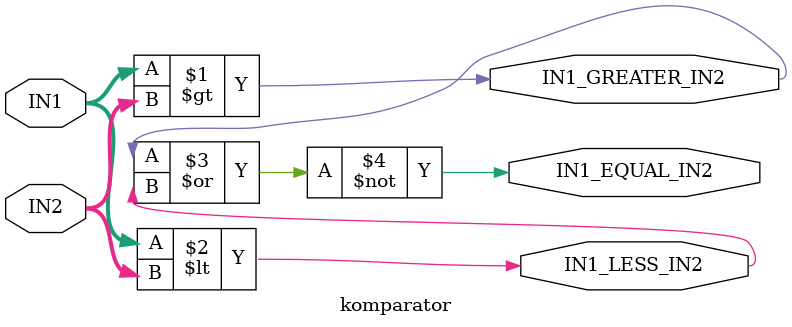
<source format=v>
/* wersja 1
module komparator(IN1, IN2, IN1_EQUAL_IN2, IN1_GREATER_IN2, IN1_LESS_IN2);
input [1:0] IN1, IN2;
output reg IN1_EQUAL_IN2, IN1_GREATER_IN2, IN1_LESS_IN2;

   always @(IN1 or IN2)
    if (IN1 > IN2)
	    IN1_GREATER_IN2 = 1'b1;
    else
			IN1_GREATER_IN2 = 1'b0;

   always @(IN1 or IN2)
    if (IN1 < IN2)
	    IN1_LESS_IN2 = 1'b1;
    else
			IN1_LESS_IN2 = 1'b0;

   always @(IN1 or IN2)
    if (IN1 == IN2)
	    IN1_EQUAL_IN2 = 1'b1;
    else
			IN1_EQUAL_IN2 = 1'b0;

endmodule
*/

module komparator(IN1, IN2, IN1_EQUAL_IN2, IN1_GREATER_IN2, IN1_LESS_IN2);
input [1:0] IN1, IN2;
output wire IN1_EQUAL_IN2, IN1_GREATER_IN2, IN1_LESS_IN2;

	assign IN1_GREATER_IN2 = (IN1 > IN2);
	assign IN1_LESS_IN2    = (IN1 < IN2);
	assign IN1_EQUAL_IN2   = ~(IN1_GREATER_IN2 | IN1_LESS_IN2);


endmodule

//zadania:
//1 implementacja
//2 zrealizowac komparator z wyjsciami I1>I2, I1=I2, I1<I2
/*
        |  |        |  |
       _|  |_      _|  |_
       \    /      \    /
        \  /        \  /
     +--------------------+
     |                    |
     |                  > +------
     |                  = +------
     |                  < +------
     |                    |
     +--------------------+
*/
//3 zrealizowac komparator kaskadowy z wejsciani/wyjsciami I1>I2, I1=I2, I1<I2
/*
        |  |        |  |
       _|  |_      _|  |_
       \    /      \    /
        \  /        \  /
     +--------------------+
     |                    |
-----+ >                > +------
-----+ =                = +------
-----+ <                < +------
     |                    |
     +--------------------+
*/

</source>
